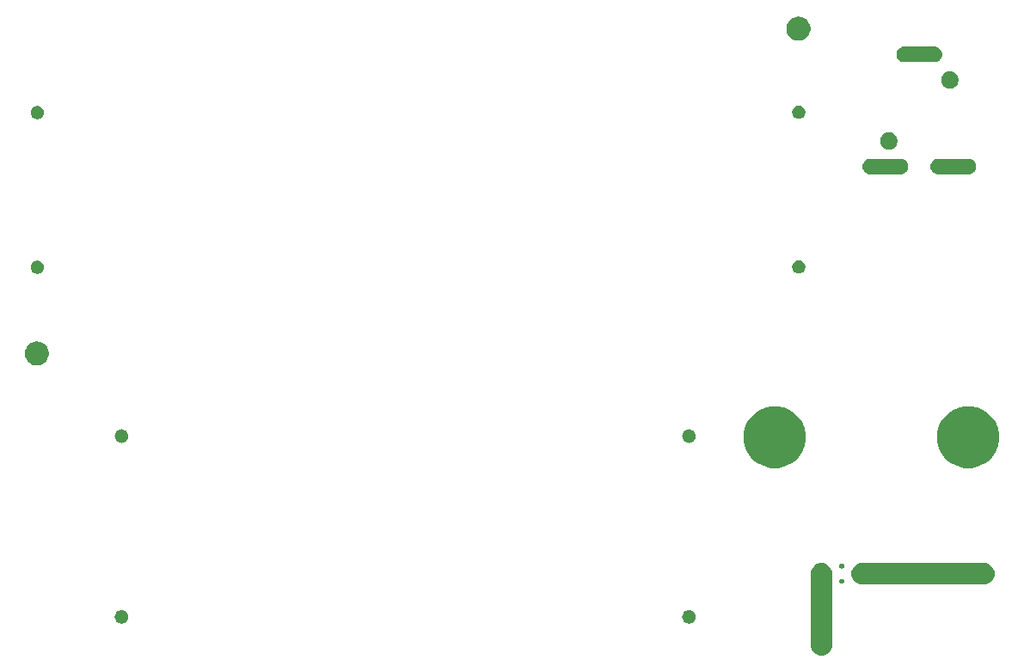
<source format=gbs>
G04 #@! TF.GenerationSoftware,KiCad,Pcbnew,(5.1.4)-1*
G04 #@! TF.CreationDate,2020-02-11T19:18:12-08:00*
G04 #@! TF.ProjectId,Light_intensity_data_logger,4c696768-745f-4696-9e74-656e73697479,rev?*
G04 #@! TF.SameCoordinates,Original*
G04 #@! TF.FileFunction,Soldermask,Bot*
G04 #@! TF.FilePolarity,Negative*
%FSLAX46Y46*%
G04 Gerber Fmt 4.6, Leading zero omitted, Abs format (unit mm)*
G04 Created by KiCad (PCBNEW (5.1.4)-1) date 2020-02-11 19:18:12*
%MOMM*%
%LPD*%
G04 APERTURE LIST*
%ADD10C,0.100000*%
G04 APERTURE END LIST*
D10*
X141606000Y-92450000D02*
G75*
G03X141606000Y-92450000I-646000J0D01*
G01*
X85726000Y-92450000D02*
G75*
G03X85726000Y-92450000I-646000J0D01*
G01*
X85726000Y-74640000D02*
G75*
G03X85726000Y-74640000I-646000J0D01*
G01*
X141606000Y-74640000D02*
G75*
G03X141606000Y-74640000I-646000J0D01*
G01*
G36*
X154206031Y-87164207D02*
G01*
X154404145Y-87224305D01*
X154404148Y-87224306D01*
X154461632Y-87255032D01*
X154586729Y-87321897D01*
X154746765Y-87453235D01*
X154878103Y-87613271D01*
X154919838Y-87691353D01*
X154975694Y-87795851D01*
X154975694Y-87795852D01*
X154975695Y-87795854D01*
X155035793Y-87993968D01*
X155051000Y-88148370D01*
X155051000Y-95251630D01*
X155035793Y-95406032D01*
X154975695Y-95604146D01*
X154975694Y-95604149D01*
X154923939Y-95700975D01*
X154878103Y-95786729D01*
X154746765Y-95946765D01*
X154586729Y-96078103D01*
X154500975Y-96123939D01*
X154404149Y-96175694D01*
X154404146Y-96175695D01*
X154206032Y-96235793D01*
X154000000Y-96256085D01*
X153793969Y-96235793D01*
X153595855Y-96175695D01*
X153595852Y-96175694D01*
X153499026Y-96123939D01*
X153413272Y-96078103D01*
X153253236Y-95946765D01*
X153121898Y-95786729D01*
X153076062Y-95700975D01*
X153024307Y-95604149D01*
X153024306Y-95604146D01*
X152964208Y-95406032D01*
X152949001Y-95251630D01*
X152949000Y-88148371D01*
X152964207Y-87993969D01*
X153024305Y-87795855D01*
X153024306Y-87795852D01*
X153059521Y-87729970D01*
X153121897Y-87613271D01*
X153253235Y-87453235D01*
X153413271Y-87321897D01*
X153538367Y-87255032D01*
X153595851Y-87224306D01*
X153595854Y-87224305D01*
X153793968Y-87164207D01*
X154000000Y-87143915D01*
X154206031Y-87164207D01*
X154206031Y-87164207D01*
G37*
G36*
X141148431Y-91828825D02*
G01*
X141265995Y-91877521D01*
X141371801Y-91948219D01*
X141461781Y-92038199D01*
X141532479Y-92144005D01*
X141581175Y-92261569D01*
X141606000Y-92386373D01*
X141606000Y-92513627D01*
X141581175Y-92638431D01*
X141532479Y-92755995D01*
X141461781Y-92861801D01*
X141371801Y-92951781D01*
X141265995Y-93022479D01*
X141148431Y-93071175D01*
X141023627Y-93096000D01*
X140896373Y-93096000D01*
X140771569Y-93071175D01*
X140654005Y-93022479D01*
X140548199Y-92951781D01*
X140458219Y-92861801D01*
X140387521Y-92755995D01*
X140338825Y-92638431D01*
X140314000Y-92513627D01*
X140314000Y-92386373D01*
X140338825Y-92261569D01*
X140387521Y-92144005D01*
X140458219Y-92038199D01*
X140548199Y-91948219D01*
X140654005Y-91877521D01*
X140771569Y-91828825D01*
X140896373Y-91804000D01*
X141023627Y-91804000D01*
X141148431Y-91828825D01*
X141148431Y-91828825D01*
G37*
G36*
X85268431Y-91828825D02*
G01*
X85385995Y-91877521D01*
X85491801Y-91948219D01*
X85581781Y-92038199D01*
X85652479Y-92144005D01*
X85701175Y-92261569D01*
X85726000Y-92386373D01*
X85726000Y-92513627D01*
X85701175Y-92638431D01*
X85652479Y-92755995D01*
X85581781Y-92861801D01*
X85491801Y-92951781D01*
X85385995Y-93022479D01*
X85268431Y-93071175D01*
X85143627Y-93096000D01*
X85016373Y-93096000D01*
X84891569Y-93071175D01*
X84774005Y-93022479D01*
X84668199Y-92951781D01*
X84578219Y-92861801D01*
X84507521Y-92755995D01*
X84458825Y-92638431D01*
X84434000Y-92513627D01*
X84434000Y-92386373D01*
X84458825Y-92261569D01*
X84507521Y-92144005D01*
X84578219Y-92038199D01*
X84668199Y-91948219D01*
X84774005Y-91877521D01*
X84891569Y-91828825D01*
X85016373Y-91804000D01*
X85143627Y-91804000D01*
X85268431Y-91828825D01*
X85268431Y-91828825D01*
G37*
G36*
X170103097Y-87154069D02*
G01*
X170206032Y-87164207D01*
X170404146Y-87224305D01*
X170404149Y-87224306D01*
X170461633Y-87255032D01*
X170586729Y-87321897D01*
X170746765Y-87453235D01*
X170878103Y-87613271D01*
X170919838Y-87691353D01*
X170975694Y-87795851D01*
X170975694Y-87795852D01*
X170975695Y-87795854D01*
X171035793Y-87993968D01*
X171056085Y-88200000D01*
X171035793Y-88406032D01*
X170975695Y-88604146D01*
X170975694Y-88604149D01*
X170924995Y-88699000D01*
X170878103Y-88786729D01*
X170746765Y-88946765D01*
X170586729Y-89078103D01*
X170527057Y-89109998D01*
X170404149Y-89175694D01*
X170404146Y-89175695D01*
X170206032Y-89235793D01*
X170103097Y-89245931D01*
X170051631Y-89251000D01*
X157948369Y-89251000D01*
X157896903Y-89245931D01*
X157793968Y-89235793D01*
X157595854Y-89175695D01*
X157595851Y-89175694D01*
X157472943Y-89109998D01*
X157413271Y-89078103D01*
X157253235Y-88946765D01*
X157121897Y-88786729D01*
X157075005Y-88699000D01*
X157024306Y-88604149D01*
X157024305Y-88604146D01*
X156964207Y-88406032D01*
X156943915Y-88200000D01*
X156964207Y-87993968D01*
X157024305Y-87795854D01*
X157024306Y-87795852D01*
X157024306Y-87795851D01*
X157080162Y-87691353D01*
X157121897Y-87613271D01*
X157253235Y-87453235D01*
X157413271Y-87321897D01*
X157538367Y-87255032D01*
X157595851Y-87224306D01*
X157595854Y-87224305D01*
X157793968Y-87164207D01*
X157896903Y-87154069D01*
X157948369Y-87149000D01*
X170051631Y-87149000D01*
X170103097Y-87154069D01*
X170103097Y-87154069D01*
G37*
G36*
X156073214Y-88708646D02*
G01*
X156073217Y-88708647D01*
X156073216Y-88708647D01*
X156118894Y-88727567D01*
X156159998Y-88755032D01*
X156160000Y-88755034D01*
X156160003Y-88755036D01*
X156194964Y-88789997D01*
X156194966Y-88790000D01*
X156194968Y-88790002D01*
X156222433Y-88831106D01*
X156222433Y-88831107D01*
X156241354Y-88876786D01*
X156251000Y-88925279D01*
X156251000Y-88974721D01*
X156241354Y-89023214D01*
X156241353Y-89023216D01*
X156222433Y-89068894D01*
X156194968Y-89109998D01*
X156194966Y-89110000D01*
X156194964Y-89110003D01*
X156160003Y-89144964D01*
X156160000Y-89144966D01*
X156159998Y-89144968D01*
X156118894Y-89172433D01*
X156086594Y-89185812D01*
X156073214Y-89191354D01*
X156024721Y-89201000D01*
X155975279Y-89201000D01*
X155926786Y-89191354D01*
X155913406Y-89185812D01*
X155881106Y-89172433D01*
X155840002Y-89144968D01*
X155840000Y-89144966D01*
X155839997Y-89144964D01*
X155805036Y-89110003D01*
X155805034Y-89110000D01*
X155805032Y-89109998D01*
X155777567Y-89068894D01*
X155758647Y-89023216D01*
X155758646Y-89023214D01*
X155749000Y-88974721D01*
X155749000Y-88925279D01*
X155758646Y-88876786D01*
X155777567Y-88831107D01*
X155777567Y-88831106D01*
X155805032Y-88790002D01*
X155805034Y-88790000D01*
X155805036Y-88789997D01*
X155839997Y-88755036D01*
X155840000Y-88755034D01*
X155840002Y-88755032D01*
X155881106Y-88727567D01*
X155926784Y-88708647D01*
X155926783Y-88708647D01*
X155926786Y-88708646D01*
X155975279Y-88699000D01*
X156024721Y-88699000D01*
X156073214Y-88708646D01*
X156073214Y-88708646D01*
G37*
G36*
X156073214Y-87208646D02*
G01*
X156073217Y-87208647D01*
X156073216Y-87208647D01*
X156118894Y-87227567D01*
X156159998Y-87255032D01*
X156160000Y-87255034D01*
X156160003Y-87255036D01*
X156194964Y-87289997D01*
X156194966Y-87290000D01*
X156194968Y-87290002D01*
X156222433Y-87331106D01*
X156222433Y-87331107D01*
X156241354Y-87376786D01*
X156251000Y-87425279D01*
X156251000Y-87474721D01*
X156241354Y-87523214D01*
X156241353Y-87523216D01*
X156222433Y-87568894D01*
X156194968Y-87609998D01*
X156194966Y-87610000D01*
X156194964Y-87610003D01*
X156160003Y-87644964D01*
X156160000Y-87644966D01*
X156159998Y-87644968D01*
X156118894Y-87672433D01*
X156086594Y-87685812D01*
X156073214Y-87691354D01*
X156024721Y-87701000D01*
X155975279Y-87701000D01*
X155926786Y-87691354D01*
X155913406Y-87685812D01*
X155881106Y-87672433D01*
X155840002Y-87644968D01*
X155840000Y-87644966D01*
X155839997Y-87644964D01*
X155805036Y-87610003D01*
X155805034Y-87610000D01*
X155805032Y-87609998D01*
X155777567Y-87568894D01*
X155758647Y-87523216D01*
X155758646Y-87523214D01*
X155749000Y-87474721D01*
X155749000Y-87425279D01*
X155758646Y-87376786D01*
X155777567Y-87331107D01*
X155777567Y-87331106D01*
X155805032Y-87290002D01*
X155805034Y-87290000D01*
X155805036Y-87289997D01*
X155839997Y-87255036D01*
X155840000Y-87255034D01*
X155840002Y-87255032D01*
X155881106Y-87227567D01*
X155926784Y-87208647D01*
X155926783Y-87208647D01*
X155926786Y-87208646D01*
X155975279Y-87199000D01*
X156024721Y-87199000D01*
X156073214Y-87208646D01*
X156073214Y-87208646D01*
G37*
G36*
X169339943Y-71796248D02*
G01*
X169895189Y-72026238D01*
X169895190Y-72026239D01*
X170394899Y-72360134D01*
X170819866Y-72785101D01*
X170819867Y-72785103D01*
X171153762Y-73284811D01*
X171383752Y-73840057D01*
X171501000Y-74429501D01*
X171501000Y-75030499D01*
X171383752Y-75619943D01*
X171153762Y-76175189D01*
X171153761Y-76175190D01*
X170819866Y-76674899D01*
X170394899Y-77099866D01*
X170143347Y-77267948D01*
X169895189Y-77433762D01*
X169339943Y-77663752D01*
X168750499Y-77781000D01*
X168149501Y-77781000D01*
X167560057Y-77663752D01*
X167004811Y-77433762D01*
X166756653Y-77267948D01*
X166505101Y-77099866D01*
X166080134Y-76674899D01*
X165746239Y-76175190D01*
X165746238Y-76175189D01*
X165516248Y-75619943D01*
X165399000Y-75030499D01*
X165399000Y-74429501D01*
X165516248Y-73840057D01*
X165746238Y-73284811D01*
X166080133Y-72785103D01*
X166080134Y-72785101D01*
X166505101Y-72360134D01*
X167004810Y-72026239D01*
X167004811Y-72026238D01*
X167560057Y-71796248D01*
X168149501Y-71679000D01*
X168750499Y-71679000D01*
X169339943Y-71796248D01*
X169339943Y-71796248D01*
G37*
G36*
X150289943Y-71796248D02*
G01*
X150845189Y-72026238D01*
X150845190Y-72026239D01*
X151344899Y-72360134D01*
X151769866Y-72785101D01*
X151769867Y-72785103D01*
X152103762Y-73284811D01*
X152333752Y-73840057D01*
X152451000Y-74429501D01*
X152451000Y-75030499D01*
X152333752Y-75619943D01*
X152103762Y-76175189D01*
X152103761Y-76175190D01*
X151769866Y-76674899D01*
X151344899Y-77099866D01*
X151093347Y-77267948D01*
X150845189Y-77433762D01*
X150289943Y-77663752D01*
X149700499Y-77781000D01*
X149099501Y-77781000D01*
X148510057Y-77663752D01*
X147954811Y-77433762D01*
X147706653Y-77267948D01*
X147455101Y-77099866D01*
X147030134Y-76674899D01*
X146696239Y-76175190D01*
X146696238Y-76175189D01*
X146466248Y-75619943D01*
X146349000Y-75030499D01*
X146349000Y-74429501D01*
X146466248Y-73840057D01*
X146696238Y-73284811D01*
X147030133Y-72785103D01*
X147030134Y-72785101D01*
X147455101Y-72360134D01*
X147954810Y-72026239D01*
X147954811Y-72026238D01*
X148510057Y-71796248D01*
X149099501Y-71679000D01*
X149700499Y-71679000D01*
X150289943Y-71796248D01*
X150289943Y-71796248D01*
G37*
G36*
X85268431Y-74018825D02*
G01*
X85385995Y-74067521D01*
X85491801Y-74138219D01*
X85581781Y-74228199D01*
X85652479Y-74334005D01*
X85701175Y-74451569D01*
X85726000Y-74576373D01*
X85726000Y-74703627D01*
X85701175Y-74828431D01*
X85652479Y-74945995D01*
X85581781Y-75051801D01*
X85491801Y-75141781D01*
X85385995Y-75212479D01*
X85268431Y-75261175D01*
X85143627Y-75286000D01*
X85016373Y-75286000D01*
X84891569Y-75261175D01*
X84774005Y-75212479D01*
X84668199Y-75141781D01*
X84578219Y-75051801D01*
X84507521Y-74945995D01*
X84458825Y-74828431D01*
X84434000Y-74703627D01*
X84434000Y-74576373D01*
X84458825Y-74451569D01*
X84507521Y-74334005D01*
X84578219Y-74228199D01*
X84668199Y-74138219D01*
X84774005Y-74067521D01*
X84891569Y-74018825D01*
X85016373Y-73994000D01*
X85143627Y-73994000D01*
X85268431Y-74018825D01*
X85268431Y-74018825D01*
G37*
G36*
X141148431Y-74018825D02*
G01*
X141265995Y-74067521D01*
X141371801Y-74138219D01*
X141461781Y-74228199D01*
X141532479Y-74334005D01*
X141581175Y-74451569D01*
X141606000Y-74576373D01*
X141606000Y-74703627D01*
X141581175Y-74828431D01*
X141532479Y-74945995D01*
X141461781Y-75051801D01*
X141371801Y-75141781D01*
X141265995Y-75212479D01*
X141148431Y-75261175D01*
X141023627Y-75286000D01*
X140896373Y-75286000D01*
X140771569Y-75261175D01*
X140654005Y-75212479D01*
X140548199Y-75141781D01*
X140458219Y-75051801D01*
X140387521Y-74945995D01*
X140338825Y-74828431D01*
X140314000Y-74703627D01*
X140314000Y-74576373D01*
X140338825Y-74451569D01*
X140387521Y-74334005D01*
X140458219Y-74228199D01*
X140548199Y-74138219D01*
X140654005Y-74067521D01*
X140771569Y-74018825D01*
X140896373Y-73994000D01*
X141023627Y-73994000D01*
X141148431Y-74018825D01*
X141148431Y-74018825D01*
G37*
G36*
X76931980Y-65328824D02*
G01*
X77083447Y-65358953D01*
X77297465Y-65447602D01*
X77297466Y-65447603D01*
X77490074Y-65576299D01*
X77653881Y-65740106D01*
X77739678Y-65868511D01*
X77782578Y-65932715D01*
X77871227Y-66146733D01*
X77916420Y-66373934D01*
X77916420Y-66605586D01*
X77871227Y-66832787D01*
X77782578Y-67046805D01*
X77782577Y-67046806D01*
X77653881Y-67239414D01*
X77490074Y-67403221D01*
X77361669Y-67489018D01*
X77297465Y-67531918D01*
X77083447Y-67620567D01*
X76931980Y-67650696D01*
X76856247Y-67665760D01*
X76624593Y-67665760D01*
X76548860Y-67650696D01*
X76397393Y-67620567D01*
X76183375Y-67531918D01*
X76119171Y-67489018D01*
X75990766Y-67403221D01*
X75826959Y-67239414D01*
X75698263Y-67046806D01*
X75698262Y-67046805D01*
X75609613Y-66832787D01*
X75564420Y-66605586D01*
X75564420Y-66373934D01*
X75609613Y-66146733D01*
X75698262Y-65932715D01*
X75741162Y-65868511D01*
X75826959Y-65740106D01*
X75990766Y-65576299D01*
X76183374Y-65447603D01*
X76183375Y-65447602D01*
X76397393Y-65358953D01*
X76548860Y-65328824D01*
X76624593Y-65313760D01*
X76856247Y-65313760D01*
X76931980Y-65328824D01*
X76931980Y-65328824D01*
G37*
G36*
X76968431Y-57378825D02*
G01*
X77085995Y-57427521D01*
X77191801Y-57498219D01*
X77281781Y-57588199D01*
X77352479Y-57694005D01*
X77401175Y-57811569D01*
X77426000Y-57936373D01*
X77426000Y-58063627D01*
X77401175Y-58188431D01*
X77352479Y-58305995D01*
X77281781Y-58411801D01*
X77191801Y-58501781D01*
X77085995Y-58572479D01*
X76968431Y-58621175D01*
X76843627Y-58646000D01*
X76716373Y-58646000D01*
X76591569Y-58621175D01*
X76474005Y-58572479D01*
X76368199Y-58501781D01*
X76278219Y-58411801D01*
X76207521Y-58305995D01*
X76158825Y-58188431D01*
X76134000Y-58063627D01*
X76134000Y-57936373D01*
X76158825Y-57811569D01*
X76207521Y-57694005D01*
X76278219Y-57588199D01*
X76368199Y-57498219D01*
X76474005Y-57427521D01*
X76591569Y-57378825D01*
X76716373Y-57354000D01*
X76843627Y-57354000D01*
X76968431Y-57378825D01*
X76968431Y-57378825D01*
G37*
G36*
X151948431Y-57358825D02*
G01*
X152065995Y-57407521D01*
X152171801Y-57478219D01*
X152261781Y-57568199D01*
X152332479Y-57674005D01*
X152381175Y-57791569D01*
X152406000Y-57916373D01*
X152406000Y-58043627D01*
X152381175Y-58168431D01*
X152332479Y-58285995D01*
X152261781Y-58391801D01*
X152171801Y-58481781D01*
X152065995Y-58552479D01*
X151948431Y-58601175D01*
X151823627Y-58626000D01*
X151696373Y-58626000D01*
X151571569Y-58601175D01*
X151454005Y-58552479D01*
X151348199Y-58481781D01*
X151258219Y-58391801D01*
X151187521Y-58285995D01*
X151138825Y-58168431D01*
X151114000Y-58043627D01*
X151114000Y-57916373D01*
X151138825Y-57791569D01*
X151187521Y-57674005D01*
X151258219Y-57568199D01*
X151348199Y-57478219D01*
X151454005Y-57407521D01*
X151571569Y-57358825D01*
X151696373Y-57334000D01*
X151823627Y-57334000D01*
X151948431Y-57358825D01*
X151948431Y-57358825D01*
G37*
G36*
X161917121Y-47320228D02*
G01*
X162063402Y-47364602D01*
X162198204Y-47436655D01*
X162316369Y-47533631D01*
X162413345Y-47651796D01*
X162485398Y-47786598D01*
X162529772Y-47932879D01*
X162544754Y-48085000D01*
X162529772Y-48237121D01*
X162485398Y-48383402D01*
X162413345Y-48518204D01*
X162316369Y-48636369D01*
X162198204Y-48733345D01*
X162063402Y-48805398D01*
X161917121Y-48849772D01*
X161803118Y-48861000D01*
X158776882Y-48861000D01*
X158662879Y-48849772D01*
X158516598Y-48805398D01*
X158381796Y-48733345D01*
X158263631Y-48636369D01*
X158166655Y-48518204D01*
X158094602Y-48383402D01*
X158050228Y-48237121D01*
X158035246Y-48085000D01*
X158050228Y-47932879D01*
X158094602Y-47786598D01*
X158166655Y-47651796D01*
X158263631Y-47533631D01*
X158381796Y-47436655D01*
X158516598Y-47364602D01*
X158662879Y-47320228D01*
X158776882Y-47309000D01*
X161803118Y-47309000D01*
X161917121Y-47320228D01*
X161917121Y-47320228D01*
G37*
G36*
X168617121Y-47320228D02*
G01*
X168763402Y-47364602D01*
X168898204Y-47436655D01*
X169016369Y-47533631D01*
X169113345Y-47651796D01*
X169185398Y-47786598D01*
X169229772Y-47932879D01*
X169244754Y-48085000D01*
X169229772Y-48237121D01*
X169185398Y-48383402D01*
X169113345Y-48518204D01*
X169016369Y-48636369D01*
X168898204Y-48733345D01*
X168763402Y-48805398D01*
X168617121Y-48849772D01*
X168503118Y-48861000D01*
X165476882Y-48861000D01*
X165362879Y-48849772D01*
X165216598Y-48805398D01*
X165081796Y-48733345D01*
X164963631Y-48636369D01*
X164866655Y-48518204D01*
X164794602Y-48383402D01*
X164750228Y-48237121D01*
X164735246Y-48085000D01*
X164750228Y-47932879D01*
X164794602Y-47786598D01*
X164866655Y-47651796D01*
X164963631Y-47533631D01*
X165081796Y-47436655D01*
X165216598Y-47364602D01*
X165362879Y-47320228D01*
X165476882Y-47309000D01*
X168503118Y-47309000D01*
X168617121Y-47320228D01*
X168617121Y-47320228D01*
G37*
G36*
X160888228Y-44741703D02*
G01*
X161043100Y-44805853D01*
X161182481Y-44898985D01*
X161301015Y-45017519D01*
X161394147Y-45156900D01*
X161458297Y-45311772D01*
X161491000Y-45476184D01*
X161491000Y-45643816D01*
X161458297Y-45808228D01*
X161394147Y-45963100D01*
X161301015Y-46102481D01*
X161182481Y-46221015D01*
X161043100Y-46314147D01*
X160888228Y-46378297D01*
X160723816Y-46411000D01*
X160556184Y-46411000D01*
X160391772Y-46378297D01*
X160236900Y-46314147D01*
X160097519Y-46221015D01*
X159978985Y-46102481D01*
X159885853Y-45963100D01*
X159821703Y-45808228D01*
X159789000Y-45643816D01*
X159789000Y-45476184D01*
X159821703Y-45311772D01*
X159885853Y-45156900D01*
X159978985Y-45017519D01*
X160097519Y-44898985D01*
X160236900Y-44805853D01*
X160391772Y-44741703D01*
X160556184Y-44709000D01*
X160723816Y-44709000D01*
X160888228Y-44741703D01*
X160888228Y-44741703D01*
G37*
G36*
X76968431Y-42138825D02*
G01*
X77085995Y-42187521D01*
X77191801Y-42258219D01*
X77281781Y-42348199D01*
X77352479Y-42454005D01*
X77401175Y-42571569D01*
X77426000Y-42696373D01*
X77426000Y-42823627D01*
X77401175Y-42948431D01*
X77352479Y-43065995D01*
X77281781Y-43171801D01*
X77191801Y-43261781D01*
X77085995Y-43332479D01*
X76968431Y-43381175D01*
X76843627Y-43406000D01*
X76716373Y-43406000D01*
X76591569Y-43381175D01*
X76474005Y-43332479D01*
X76368199Y-43261781D01*
X76278219Y-43171801D01*
X76207521Y-43065995D01*
X76158825Y-42948431D01*
X76134000Y-42823627D01*
X76134000Y-42696373D01*
X76158825Y-42571569D01*
X76207521Y-42454005D01*
X76278219Y-42348199D01*
X76368199Y-42258219D01*
X76474005Y-42187521D01*
X76591569Y-42138825D01*
X76716373Y-42114000D01*
X76843627Y-42114000D01*
X76968431Y-42138825D01*
X76968431Y-42138825D01*
G37*
G36*
X151948431Y-42118825D02*
G01*
X152065995Y-42167521D01*
X152171801Y-42238219D01*
X152261781Y-42328199D01*
X152332479Y-42434005D01*
X152381175Y-42551569D01*
X152406000Y-42676373D01*
X152406000Y-42803627D01*
X152381175Y-42928431D01*
X152332479Y-43045995D01*
X152261781Y-43151801D01*
X152171801Y-43241781D01*
X152065995Y-43312479D01*
X151948431Y-43361175D01*
X151823627Y-43386000D01*
X151696373Y-43386000D01*
X151571569Y-43361175D01*
X151454005Y-43312479D01*
X151348199Y-43241781D01*
X151258219Y-43151801D01*
X151187521Y-43045995D01*
X151138825Y-42928431D01*
X151114000Y-42803627D01*
X151114000Y-42676373D01*
X151138825Y-42551569D01*
X151187521Y-42434005D01*
X151258219Y-42328199D01*
X151348199Y-42238219D01*
X151454005Y-42167521D01*
X151571569Y-42118825D01*
X151696373Y-42094000D01*
X151823627Y-42094000D01*
X151948431Y-42118825D01*
X151948431Y-42118825D01*
G37*
G36*
X166888228Y-38741703D02*
G01*
X167043100Y-38805853D01*
X167182481Y-38898985D01*
X167301015Y-39017519D01*
X167394147Y-39156900D01*
X167458297Y-39311772D01*
X167491000Y-39476184D01*
X167491000Y-39643816D01*
X167458297Y-39808228D01*
X167394147Y-39963100D01*
X167301015Y-40102481D01*
X167182481Y-40221015D01*
X167043100Y-40314147D01*
X166888228Y-40378297D01*
X166723816Y-40411000D01*
X166556184Y-40411000D01*
X166391772Y-40378297D01*
X166236900Y-40314147D01*
X166097519Y-40221015D01*
X165978985Y-40102481D01*
X165885853Y-39963100D01*
X165821703Y-39808228D01*
X165789000Y-39643816D01*
X165789000Y-39476184D01*
X165821703Y-39311772D01*
X165885853Y-39156900D01*
X165978985Y-39017519D01*
X166097519Y-38898985D01*
X166236900Y-38805853D01*
X166391772Y-38741703D01*
X166556184Y-38709000D01*
X166723816Y-38709000D01*
X166888228Y-38741703D01*
X166888228Y-38741703D01*
G37*
G36*
X165267121Y-36270228D02*
G01*
X165413402Y-36314602D01*
X165548204Y-36386655D01*
X165666369Y-36483631D01*
X165763345Y-36601796D01*
X165835398Y-36736598D01*
X165879772Y-36882879D01*
X165894754Y-37035000D01*
X165879772Y-37187121D01*
X165835398Y-37333402D01*
X165763345Y-37468204D01*
X165666369Y-37586369D01*
X165548204Y-37683345D01*
X165413402Y-37755398D01*
X165267121Y-37799772D01*
X165153118Y-37811000D01*
X162126882Y-37811000D01*
X162012879Y-37799772D01*
X161866598Y-37755398D01*
X161731796Y-37683345D01*
X161613631Y-37586369D01*
X161516655Y-37468204D01*
X161444602Y-37333402D01*
X161400228Y-37187121D01*
X161385246Y-37035000D01*
X161400228Y-36882879D01*
X161444602Y-36736598D01*
X161516655Y-36601796D01*
X161613631Y-36483631D01*
X161731796Y-36386655D01*
X161866598Y-36314602D01*
X162012879Y-36270228D01*
X162126882Y-36259000D01*
X165153118Y-36259000D01*
X165267121Y-36270228D01*
X165267121Y-36270228D01*
G37*
G36*
X151931980Y-33328824D02*
G01*
X152083447Y-33358953D01*
X152297465Y-33447602D01*
X152297466Y-33447603D01*
X152490074Y-33576299D01*
X152653881Y-33740106D01*
X152739678Y-33868511D01*
X152782578Y-33932715D01*
X152871227Y-34146733D01*
X152916420Y-34373934D01*
X152916420Y-34605586D01*
X152871227Y-34832787D01*
X152782578Y-35046805D01*
X152782577Y-35046806D01*
X152653881Y-35239414D01*
X152490074Y-35403221D01*
X152361669Y-35489018D01*
X152297465Y-35531918D01*
X152083447Y-35620567D01*
X151931980Y-35650696D01*
X151856247Y-35665760D01*
X151624593Y-35665760D01*
X151548860Y-35650696D01*
X151397393Y-35620567D01*
X151183375Y-35531918D01*
X151119171Y-35489018D01*
X150990766Y-35403221D01*
X150826959Y-35239414D01*
X150698263Y-35046806D01*
X150698262Y-35046805D01*
X150609613Y-34832787D01*
X150564420Y-34605586D01*
X150564420Y-34373934D01*
X150609613Y-34146733D01*
X150698262Y-33932715D01*
X150741162Y-33868511D01*
X150826959Y-33740106D01*
X150990766Y-33576299D01*
X151183374Y-33447603D01*
X151183375Y-33447602D01*
X151397393Y-33358953D01*
X151548860Y-33328824D01*
X151624593Y-33313760D01*
X151856247Y-33313760D01*
X151931980Y-33328824D01*
X151931980Y-33328824D01*
G37*
M02*

</source>
